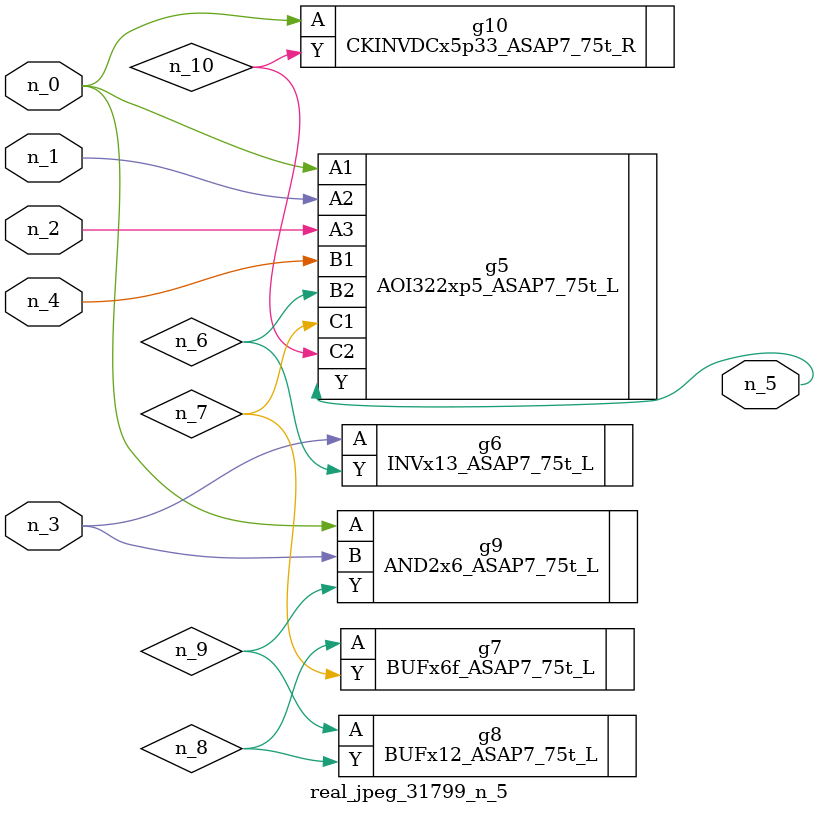
<source format=v>
module real_jpeg_31799_n_5 (n_4, n_0, n_1, n_2, n_3, n_5);

input n_4;
input n_0;
input n_1;
input n_2;
input n_3;

output n_5;

wire n_8;
wire n_6;
wire n_7;
wire n_10;
wire n_9;

AOI322xp5_ASAP7_75t_L g5 ( 
.A1(n_0),
.A2(n_1),
.A3(n_2),
.B1(n_4),
.B2(n_6),
.C1(n_7),
.C2(n_10),
.Y(n_5)
);

AND2x6_ASAP7_75t_L g9 ( 
.A(n_0),
.B(n_3),
.Y(n_9)
);

CKINVDCx5p33_ASAP7_75t_R g10 ( 
.A(n_0),
.Y(n_10)
);

INVx13_ASAP7_75t_L g6 ( 
.A(n_3),
.Y(n_6)
);

BUFx6f_ASAP7_75t_L g7 ( 
.A(n_8),
.Y(n_7)
);

BUFx12_ASAP7_75t_L g8 ( 
.A(n_9),
.Y(n_8)
);


endmodule
</source>
